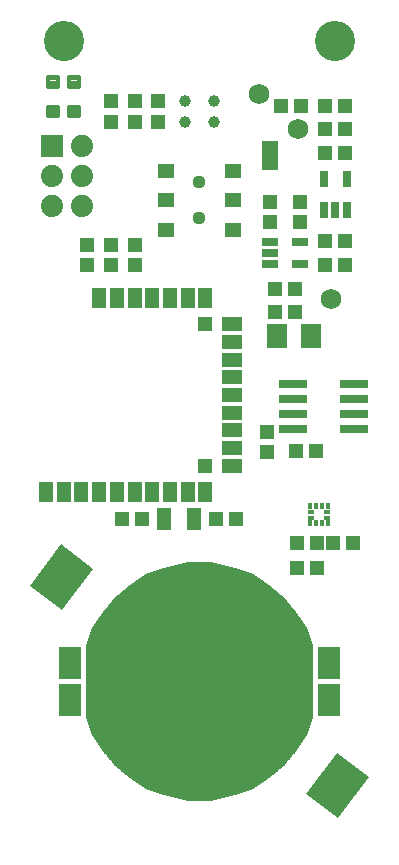
<source format=gbr>
G75*
%MOIN*%
%OFA0B0*%
%FSLAX25Y25*%
%IPPOS*%
%LPD*%
%AMOC8*
5,1,8,0,0,1.08239X$1,22.5*
%
%ADD10C,0.13398*%
%ADD11C,0.01421*%
%ADD12R,0.05131X0.04737*%
%ADD13R,0.07800X0.10800*%
%ADD14C,0.32296*%
%ADD15C,0.00500*%
%ADD16R,0.07099X0.07887*%
%ADD17R,0.04737X0.05131*%
%ADD18R,0.05524X0.02965*%
%ADD19R,0.05131X0.07493*%
%ADD20R,0.05800X0.03300*%
%ADD21R,0.04737X0.06706*%
%ADD22R,0.06706X0.04737*%
%ADD23R,0.04737X0.04737*%
%ADD24R,0.02965X0.05524*%
%ADD25C,0.03950*%
%ADD26R,0.07400X0.07400*%
%ADD27C,0.07400*%
%ADD28C,0.06800*%
%ADD29R,0.13398X0.17335*%
%ADD30R,0.09461X0.03162*%
%ADD31R,0.05328X0.04737*%
%ADD32C,0.04400*%
%ADD33R,0.01784X0.02276*%
%ADD34R,0.02276X0.01784*%
D10*
X0013780Y0261811D03*
X0104331Y0261811D03*
D11*
X0011985Y0239847D02*
X0011985Y0236531D01*
X0008669Y0236531D01*
X0008669Y0239847D01*
X0011985Y0239847D01*
X0011985Y0237951D02*
X0008669Y0237951D01*
X0008669Y0239371D02*
X0011985Y0239371D01*
X0018890Y0239847D02*
X0018890Y0236531D01*
X0015574Y0236531D01*
X0015574Y0239847D01*
X0018890Y0239847D01*
X0018890Y0237951D02*
X0015574Y0237951D01*
X0015574Y0239371D02*
X0018890Y0239371D01*
X0011985Y0249689D02*
X0011985Y0246373D01*
X0008669Y0246373D01*
X0008669Y0249689D01*
X0011985Y0249689D01*
X0011985Y0247793D02*
X0008669Y0247793D01*
X0008669Y0249213D02*
X0011985Y0249213D01*
X0018890Y0249689D02*
X0018890Y0246373D01*
X0015574Y0246373D01*
X0015574Y0249689D01*
X0018890Y0249689D01*
X0018890Y0247793D02*
X0015574Y0247793D01*
X0015574Y0249213D02*
X0018890Y0249213D01*
D12*
X0029528Y0241535D03*
X0029528Y0234843D03*
X0037402Y0241535D03*
X0037402Y0234843D03*
X0107677Y0232283D03*
X0100984Y0232283D03*
X0091142Y0125000D03*
X0097835Y0125000D03*
X0039764Y0102362D03*
X0033071Y0102362D03*
X0064567Y0102362D03*
X0071260Y0102362D03*
X0084252Y0179134D03*
X0090945Y0179134D03*
X0086220Y0240157D03*
X0092913Y0240157D03*
X0021654Y0187106D03*
X0021654Y0193799D03*
X0084252Y0171260D03*
X0090945Y0171260D03*
X0037402Y0187106D03*
X0037402Y0193799D03*
X0098327Y0094488D03*
X0091634Y0094488D03*
X0098327Y0086122D03*
X0091634Y0086122D03*
X0103445Y0094488D03*
X0110138Y0094488D03*
D13*
X0015748Y0054331D03*
X0102362Y0054331D03*
X0015748Y0042126D03*
X0102362Y0042126D03*
D14*
X0059055Y0048228D03*
D15*
X0059055Y0087598D02*
X0055118Y0087598D01*
X0047244Y0085630D01*
X0041339Y0083661D01*
X0035433Y0079724D01*
X0031102Y0076181D01*
X0027559Y0071850D01*
X0023622Y0065945D01*
X0021654Y0060039D01*
X0021654Y0048228D01*
X0059055Y0048228D01*
X0059055Y0087598D01*
X0059055Y0048356D02*
X0021654Y0048356D01*
X0021654Y0048854D02*
X0059055Y0048854D01*
X0059055Y0049353D02*
X0021654Y0049353D01*
X0021654Y0049851D02*
X0059055Y0049851D01*
X0059055Y0050350D02*
X0021654Y0050350D01*
X0021654Y0050848D02*
X0059055Y0050848D01*
X0059055Y0051347D02*
X0021654Y0051347D01*
X0021654Y0051845D02*
X0059055Y0051845D01*
X0059055Y0052344D02*
X0021654Y0052344D01*
X0021654Y0052842D02*
X0059055Y0052842D01*
X0059055Y0053341D02*
X0021654Y0053341D01*
X0021654Y0053839D02*
X0059055Y0053839D01*
X0059055Y0054338D02*
X0021654Y0054338D01*
X0021654Y0054836D02*
X0059055Y0054836D01*
X0059055Y0055335D02*
X0021654Y0055335D01*
X0021654Y0055833D02*
X0059055Y0055833D01*
X0059055Y0056332D02*
X0021654Y0056332D01*
X0021654Y0056830D02*
X0059055Y0056830D01*
X0059055Y0057329D02*
X0021654Y0057329D01*
X0021654Y0057827D02*
X0059055Y0057827D01*
X0059055Y0058326D02*
X0021654Y0058326D01*
X0021654Y0058824D02*
X0059055Y0058824D01*
X0059055Y0059323D02*
X0021654Y0059323D01*
X0021654Y0059821D02*
X0059055Y0059821D01*
X0059055Y0060320D02*
X0021747Y0060320D01*
X0021913Y0060818D02*
X0059055Y0060818D01*
X0059055Y0061317D02*
X0022079Y0061317D01*
X0022246Y0061815D02*
X0059055Y0061815D01*
X0059055Y0062314D02*
X0022412Y0062314D01*
X0022578Y0062812D02*
X0059055Y0062812D01*
X0059055Y0063311D02*
X0022744Y0063311D01*
X0022910Y0063809D02*
X0059055Y0063809D01*
X0059055Y0064308D02*
X0023076Y0064308D01*
X0023243Y0064806D02*
X0059055Y0064806D01*
X0059055Y0065305D02*
X0023409Y0065305D01*
X0023575Y0065803D02*
X0059055Y0065803D01*
X0059055Y0066302D02*
X0023860Y0066302D01*
X0024192Y0066801D02*
X0059055Y0066801D01*
X0059055Y0067299D02*
X0024525Y0067299D01*
X0024857Y0067798D02*
X0059055Y0067798D01*
X0059055Y0068296D02*
X0025189Y0068296D01*
X0025522Y0068795D02*
X0059055Y0068795D01*
X0059055Y0069293D02*
X0025854Y0069293D01*
X0026187Y0069792D02*
X0059055Y0069792D01*
X0059055Y0070290D02*
X0026519Y0070290D01*
X0026851Y0070789D02*
X0059055Y0070789D01*
X0059055Y0071287D02*
X0027184Y0071287D01*
X0027516Y0071786D02*
X0059055Y0071786D01*
X0059055Y0072284D02*
X0027914Y0072284D01*
X0028322Y0072783D02*
X0059055Y0072783D01*
X0059055Y0073281D02*
X0028730Y0073281D01*
X0029138Y0073780D02*
X0059055Y0073780D01*
X0059055Y0074278D02*
X0029545Y0074278D01*
X0029953Y0074777D02*
X0059055Y0074777D01*
X0059055Y0075275D02*
X0030361Y0075275D01*
X0030769Y0075774D02*
X0059055Y0075774D01*
X0059055Y0076272D02*
X0031214Y0076272D01*
X0031823Y0076771D02*
X0059055Y0076771D01*
X0059055Y0077269D02*
X0032432Y0077269D01*
X0033042Y0077768D02*
X0059055Y0077768D01*
X0059055Y0078266D02*
X0033651Y0078266D01*
X0034260Y0078765D02*
X0059055Y0078765D01*
X0059055Y0079263D02*
X0034870Y0079263D01*
X0035489Y0079762D02*
X0059055Y0079762D01*
X0059055Y0080260D02*
X0036237Y0080260D01*
X0036985Y0080759D02*
X0059055Y0080759D01*
X0059055Y0081257D02*
X0037732Y0081257D01*
X0038480Y0081756D02*
X0059055Y0081756D01*
X0059055Y0082254D02*
X0039228Y0082254D01*
X0039976Y0082753D02*
X0059055Y0082753D01*
X0059055Y0083251D02*
X0040724Y0083251D01*
X0041604Y0083750D02*
X0059055Y0083750D01*
X0059055Y0084248D02*
X0043100Y0084248D01*
X0044595Y0084747D02*
X0059055Y0084747D01*
X0059055Y0085245D02*
X0046091Y0085245D01*
X0047700Y0085744D02*
X0059055Y0085744D01*
X0059055Y0086242D02*
X0049694Y0086242D01*
X0051688Y0086741D02*
X0059055Y0086741D01*
X0059055Y0087239D02*
X0053682Y0087239D01*
X0059055Y0008858D02*
X0062992Y0008858D01*
X0070866Y0010827D01*
X0076772Y0012795D01*
X0082677Y0016732D01*
X0087008Y0020276D01*
X0090551Y0024606D01*
X0094488Y0030512D01*
X0096457Y0036417D01*
X0096457Y0048228D01*
X0059055Y0048228D01*
X0059055Y0008858D01*
X0059055Y0008973D02*
X0063452Y0008973D01*
X0065446Y0009472D02*
X0059055Y0009472D01*
X0059055Y0009970D02*
X0067440Y0009970D01*
X0069434Y0010469D02*
X0059055Y0010469D01*
X0059055Y0010967D02*
X0071288Y0010967D01*
X0072783Y0011466D02*
X0059055Y0011466D01*
X0059055Y0011964D02*
X0074279Y0011964D01*
X0075774Y0012463D02*
X0059055Y0012463D01*
X0059055Y0012961D02*
X0077021Y0012961D01*
X0077768Y0013460D02*
X0059055Y0013460D01*
X0059055Y0013958D02*
X0078516Y0013958D01*
X0079264Y0014457D02*
X0059055Y0014457D01*
X0059055Y0014955D02*
X0080012Y0014955D01*
X0080760Y0015454D02*
X0059055Y0015454D01*
X0059055Y0015952D02*
X0081507Y0015952D01*
X0082255Y0016451D02*
X0059055Y0016451D01*
X0059055Y0016949D02*
X0082943Y0016949D01*
X0083552Y0017448D02*
X0059055Y0017448D01*
X0059055Y0017946D02*
X0084161Y0017946D01*
X0084770Y0018445D02*
X0059055Y0018445D01*
X0059055Y0018943D02*
X0085380Y0018943D01*
X0085989Y0019442D02*
X0059055Y0019442D01*
X0059055Y0019940D02*
X0086598Y0019940D01*
X0087142Y0020439D02*
X0059055Y0020439D01*
X0059055Y0020937D02*
X0087549Y0020937D01*
X0087957Y0021436D02*
X0059055Y0021436D01*
X0059055Y0021934D02*
X0088365Y0021934D01*
X0088773Y0022433D02*
X0059055Y0022433D01*
X0059055Y0022932D02*
X0089181Y0022932D01*
X0089589Y0023430D02*
X0059055Y0023430D01*
X0059055Y0023929D02*
X0089997Y0023929D01*
X0090405Y0024427D02*
X0059055Y0024427D01*
X0059055Y0024926D02*
X0090764Y0024926D01*
X0091096Y0025424D02*
X0059055Y0025424D01*
X0059055Y0025923D02*
X0091429Y0025923D01*
X0091761Y0026421D02*
X0059055Y0026421D01*
X0059055Y0026920D02*
X0092093Y0026920D01*
X0092426Y0027418D02*
X0059055Y0027418D01*
X0059055Y0027917D02*
X0092758Y0027917D01*
X0093090Y0028415D02*
X0059055Y0028415D01*
X0059055Y0028914D02*
X0093423Y0028914D01*
X0093755Y0029412D02*
X0059055Y0029412D01*
X0059055Y0029911D02*
X0094087Y0029911D01*
X0094420Y0030409D02*
X0059055Y0030409D01*
X0059055Y0030908D02*
X0094620Y0030908D01*
X0094786Y0031406D02*
X0059055Y0031406D01*
X0059055Y0031905D02*
X0094952Y0031905D01*
X0095119Y0032403D02*
X0059055Y0032403D01*
X0059055Y0032902D02*
X0095285Y0032902D01*
X0095451Y0033400D02*
X0059055Y0033400D01*
X0059055Y0033899D02*
X0095617Y0033899D01*
X0095783Y0034397D02*
X0059055Y0034397D01*
X0059055Y0034896D02*
X0095950Y0034896D01*
X0096116Y0035394D02*
X0059055Y0035394D01*
X0059055Y0035893D02*
X0096282Y0035893D01*
X0096448Y0036391D02*
X0059055Y0036391D01*
X0059055Y0036890D02*
X0096457Y0036890D01*
X0096457Y0037388D02*
X0059055Y0037388D01*
X0059055Y0037887D02*
X0096457Y0037887D01*
X0096457Y0038385D02*
X0059055Y0038385D01*
X0059055Y0038884D02*
X0096457Y0038884D01*
X0096457Y0039382D02*
X0059055Y0039382D01*
X0059055Y0039881D02*
X0096457Y0039881D01*
X0096457Y0040379D02*
X0059055Y0040379D01*
X0059055Y0040878D02*
X0096457Y0040878D01*
X0096457Y0041376D02*
X0059055Y0041376D01*
X0059055Y0041875D02*
X0096457Y0041875D01*
X0096457Y0042373D02*
X0059055Y0042373D01*
X0059055Y0042872D02*
X0096457Y0042872D01*
X0096457Y0043370D02*
X0059055Y0043370D01*
X0059055Y0043869D02*
X0096457Y0043869D01*
X0096457Y0044368D02*
X0059055Y0044368D01*
X0059055Y0044866D02*
X0096457Y0044866D01*
X0096457Y0045365D02*
X0059055Y0045365D01*
X0059055Y0045863D02*
X0096457Y0045863D01*
X0096457Y0046362D02*
X0059055Y0046362D01*
X0059055Y0046860D02*
X0096457Y0046860D01*
X0096457Y0047359D02*
X0059055Y0047359D01*
X0059055Y0047857D02*
X0096457Y0047857D01*
X0096457Y0048228D02*
X0096457Y0060039D01*
X0094488Y0065945D01*
X0090551Y0071850D01*
X0087008Y0076181D01*
X0082677Y0079724D01*
X0076772Y0083661D01*
X0070866Y0085630D01*
X0062992Y0087598D01*
X0059055Y0087598D01*
X0059055Y0048228D01*
X0096457Y0048228D01*
X0096457Y0048356D02*
X0059055Y0048356D01*
X0059055Y0048854D02*
X0096457Y0048854D01*
X0096457Y0049353D02*
X0059055Y0049353D01*
X0059055Y0049851D02*
X0096457Y0049851D01*
X0096457Y0050350D02*
X0059055Y0050350D01*
X0059055Y0050848D02*
X0096457Y0050848D01*
X0096457Y0051347D02*
X0059055Y0051347D01*
X0059055Y0051845D02*
X0096457Y0051845D01*
X0096457Y0052344D02*
X0059055Y0052344D01*
X0059055Y0052842D02*
X0096457Y0052842D01*
X0096457Y0053341D02*
X0059055Y0053341D01*
X0059055Y0053839D02*
X0096457Y0053839D01*
X0096457Y0054338D02*
X0059055Y0054338D01*
X0059055Y0054836D02*
X0096457Y0054836D01*
X0096457Y0055335D02*
X0059055Y0055335D01*
X0059055Y0055833D02*
X0096457Y0055833D01*
X0096457Y0056332D02*
X0059055Y0056332D01*
X0059055Y0056830D02*
X0096457Y0056830D01*
X0096457Y0057329D02*
X0059055Y0057329D01*
X0059055Y0057827D02*
X0096457Y0057827D01*
X0096457Y0058326D02*
X0059055Y0058326D01*
X0059055Y0058824D02*
X0096457Y0058824D01*
X0096457Y0059323D02*
X0059055Y0059323D01*
X0059055Y0059821D02*
X0096457Y0059821D01*
X0096363Y0060320D02*
X0059055Y0060320D01*
X0059055Y0060818D02*
X0096197Y0060818D01*
X0096031Y0061317D02*
X0059055Y0061317D01*
X0059055Y0061815D02*
X0095865Y0061815D01*
X0095699Y0062314D02*
X0059055Y0062314D01*
X0059055Y0062812D02*
X0095532Y0062812D01*
X0095366Y0063311D02*
X0059055Y0063311D01*
X0059055Y0063809D02*
X0095200Y0063809D01*
X0095034Y0064308D02*
X0059055Y0064308D01*
X0059055Y0064806D02*
X0094868Y0064806D01*
X0094701Y0065305D02*
X0059055Y0065305D01*
X0059055Y0065803D02*
X0094535Y0065803D01*
X0094250Y0066302D02*
X0059055Y0066302D01*
X0059055Y0066801D02*
X0093918Y0066801D01*
X0093585Y0067299D02*
X0059055Y0067299D01*
X0059055Y0067798D02*
X0093253Y0067798D01*
X0092921Y0068296D02*
X0059055Y0068296D01*
X0059055Y0068795D02*
X0092588Y0068795D01*
X0092256Y0069293D02*
X0059055Y0069293D01*
X0059055Y0069792D02*
X0091924Y0069792D01*
X0091591Y0070290D02*
X0059055Y0070290D01*
X0059055Y0070789D02*
X0091259Y0070789D01*
X0090927Y0071287D02*
X0059055Y0071287D01*
X0059055Y0071786D02*
X0090594Y0071786D01*
X0090196Y0072284D02*
X0059055Y0072284D01*
X0059055Y0072783D02*
X0089788Y0072783D01*
X0089381Y0073281D02*
X0059055Y0073281D01*
X0059055Y0073780D02*
X0088973Y0073780D01*
X0088565Y0074278D02*
X0059055Y0074278D01*
X0059055Y0074777D02*
X0088157Y0074777D01*
X0087749Y0075275D02*
X0059055Y0075275D01*
X0059055Y0075774D02*
X0087341Y0075774D01*
X0086896Y0076272D02*
X0059055Y0076272D01*
X0059055Y0076771D02*
X0086287Y0076771D01*
X0085678Y0077269D02*
X0059055Y0077269D01*
X0059055Y0077768D02*
X0085069Y0077768D01*
X0084459Y0078266D02*
X0059055Y0078266D01*
X0059055Y0078765D02*
X0083850Y0078765D01*
X0083241Y0079263D02*
X0059055Y0079263D01*
X0059055Y0079762D02*
X0082621Y0079762D01*
X0081873Y0080260D02*
X0059055Y0080260D01*
X0059055Y0080759D02*
X0081126Y0080759D01*
X0080378Y0081257D02*
X0059055Y0081257D01*
X0059055Y0081756D02*
X0079630Y0081756D01*
X0078882Y0082254D02*
X0059055Y0082254D01*
X0059055Y0082753D02*
X0078134Y0082753D01*
X0077387Y0083251D02*
X0059055Y0083251D01*
X0059055Y0083750D02*
X0076506Y0083750D01*
X0075011Y0084248D02*
X0059055Y0084248D01*
X0059055Y0084747D02*
X0073515Y0084747D01*
X0072020Y0085245D02*
X0059055Y0085245D01*
X0059055Y0085744D02*
X0070410Y0085744D01*
X0068416Y0086242D02*
X0059055Y0086242D01*
X0059055Y0086741D02*
X0066422Y0086741D01*
X0064428Y0087239D02*
X0059055Y0087239D01*
X0021654Y0048228D02*
X0021654Y0036417D01*
X0023622Y0030512D01*
X0027559Y0024606D01*
X0031102Y0020276D01*
X0035433Y0016732D01*
X0041339Y0012795D01*
X0047244Y0010827D01*
X0055118Y0008858D01*
X0059055Y0008858D01*
X0059055Y0048228D01*
X0021654Y0048228D01*
X0054658Y0008973D02*
X0059055Y0008973D01*
X0059055Y0009472D02*
X0052664Y0009472D01*
X0050670Y0009970D02*
X0059055Y0009970D01*
X0059055Y0010469D02*
X0048676Y0010469D01*
X0046823Y0010967D02*
X0059055Y0010967D01*
X0059055Y0011466D02*
X0045327Y0011466D01*
X0043832Y0011964D02*
X0059055Y0011964D01*
X0059055Y0012463D02*
X0042336Y0012463D01*
X0041090Y0012961D02*
X0059055Y0012961D01*
X0059055Y0013460D02*
X0040342Y0013460D01*
X0039594Y0013958D02*
X0059055Y0013958D01*
X0059055Y0014457D02*
X0038846Y0014457D01*
X0038098Y0014955D02*
X0059055Y0014955D01*
X0059055Y0015454D02*
X0037351Y0015454D01*
X0036603Y0015952D02*
X0059055Y0015952D01*
X0059055Y0016451D02*
X0035855Y0016451D01*
X0035168Y0016949D02*
X0059055Y0016949D01*
X0059055Y0017448D02*
X0034558Y0017448D01*
X0033949Y0017946D02*
X0059055Y0017946D01*
X0059055Y0018445D02*
X0033340Y0018445D01*
X0032731Y0018943D02*
X0059055Y0018943D01*
X0059055Y0019442D02*
X0032121Y0019442D01*
X0031512Y0019940D02*
X0059055Y0019940D01*
X0059055Y0020439D02*
X0030969Y0020439D01*
X0030561Y0020937D02*
X0059055Y0020937D01*
X0059055Y0021436D02*
X0030153Y0021436D01*
X0029745Y0021934D02*
X0059055Y0021934D01*
X0059055Y0022433D02*
X0029337Y0022433D01*
X0028929Y0022932D02*
X0059055Y0022932D01*
X0059055Y0023430D02*
X0028521Y0023430D01*
X0028114Y0023929D02*
X0059055Y0023929D01*
X0059055Y0024427D02*
X0027706Y0024427D01*
X0027346Y0024926D02*
X0059055Y0024926D01*
X0059055Y0025424D02*
X0027014Y0025424D01*
X0026682Y0025923D02*
X0059055Y0025923D01*
X0059055Y0026421D02*
X0026349Y0026421D01*
X0026017Y0026920D02*
X0059055Y0026920D01*
X0059055Y0027418D02*
X0025684Y0027418D01*
X0025352Y0027917D02*
X0059055Y0027917D01*
X0059055Y0028415D02*
X0025020Y0028415D01*
X0024687Y0028914D02*
X0059055Y0028914D01*
X0059055Y0029412D02*
X0024355Y0029412D01*
X0024023Y0029911D02*
X0059055Y0029911D01*
X0059055Y0030409D02*
X0023690Y0030409D01*
X0023490Y0030908D02*
X0059055Y0030908D01*
X0059055Y0031406D02*
X0023324Y0031406D01*
X0023158Y0031905D02*
X0059055Y0031905D01*
X0059055Y0032403D02*
X0022992Y0032403D01*
X0022825Y0032902D02*
X0059055Y0032902D01*
X0059055Y0033400D02*
X0022659Y0033400D01*
X0022493Y0033899D02*
X0059055Y0033899D01*
X0059055Y0034397D02*
X0022327Y0034397D01*
X0022161Y0034896D02*
X0059055Y0034896D01*
X0059055Y0035394D02*
X0021995Y0035394D01*
X0021828Y0035893D02*
X0059055Y0035893D01*
X0059055Y0036391D02*
X0021662Y0036391D01*
X0021654Y0036890D02*
X0059055Y0036890D01*
X0059055Y0037388D02*
X0021654Y0037388D01*
X0021654Y0037887D02*
X0059055Y0037887D01*
X0059055Y0038385D02*
X0021654Y0038385D01*
X0021654Y0038884D02*
X0059055Y0038884D01*
X0059055Y0039382D02*
X0021654Y0039382D01*
X0021654Y0039881D02*
X0059055Y0039881D01*
X0059055Y0040379D02*
X0021654Y0040379D01*
X0021654Y0040878D02*
X0059055Y0040878D01*
X0059055Y0041376D02*
X0021654Y0041376D01*
X0021654Y0041875D02*
X0059055Y0041875D01*
X0059055Y0042373D02*
X0021654Y0042373D01*
X0021654Y0042872D02*
X0059055Y0042872D01*
X0059055Y0043370D02*
X0021654Y0043370D01*
X0021654Y0043869D02*
X0059055Y0043869D01*
X0059055Y0044368D02*
X0021654Y0044368D01*
X0021654Y0044866D02*
X0059055Y0044866D01*
X0059055Y0045365D02*
X0021654Y0045365D01*
X0021654Y0045863D02*
X0059055Y0045863D01*
X0059055Y0046362D02*
X0021654Y0046362D01*
X0021654Y0046860D02*
X0059055Y0046860D01*
X0059055Y0047359D02*
X0021654Y0047359D01*
X0021654Y0047857D02*
X0059055Y0047857D01*
D16*
X0085039Y0163386D03*
X0096063Y0163386D03*
D17*
X0082677Y0201378D03*
X0082677Y0208071D03*
X0092520Y0201378D03*
X0092520Y0208071D03*
X0100984Y0187008D03*
X0107677Y0187008D03*
X0045276Y0234843D03*
X0045276Y0241535D03*
X0100984Y0194882D03*
X0107677Y0194882D03*
X0107677Y0240157D03*
X0100984Y0240157D03*
X0107677Y0224409D03*
X0100984Y0224409D03*
X0029528Y0193799D03*
X0029528Y0187106D03*
X0081693Y0124606D03*
X0081693Y0131299D03*
D18*
X0082480Y0194685D03*
X0082480Y0190945D03*
X0082480Y0187205D03*
X0092717Y0187205D03*
X0092717Y0194685D03*
D19*
X0057087Y0102362D03*
X0047244Y0102362D03*
D20*
X0082677Y0226625D03*
X0082677Y0223425D03*
X0082677Y0220225D03*
D21*
X0007874Y0111220D03*
X0013780Y0111220D03*
X0019685Y0111220D03*
X0025591Y0111220D03*
X0031496Y0111220D03*
X0037402Y0111220D03*
X0043307Y0111220D03*
X0049213Y0111220D03*
X0055118Y0111220D03*
X0061024Y0111220D03*
X0061024Y0176181D03*
X0055118Y0176181D03*
X0049213Y0176181D03*
X0043307Y0176181D03*
X0037402Y0176181D03*
X0031496Y0176181D03*
X0025591Y0176181D03*
D22*
X0069882Y0120079D03*
X0069882Y0125984D03*
X0069882Y0131890D03*
X0069882Y0137795D03*
X0069882Y0143701D03*
X0069882Y0149606D03*
X0069882Y0155512D03*
X0069882Y0161417D03*
X0069882Y0167323D03*
D23*
X0061024Y0120079D03*
X0061024Y0167323D03*
D24*
X0100591Y0205512D03*
X0104331Y0205512D03*
X0108071Y0205512D03*
X0108071Y0215748D03*
X0100591Y0215748D03*
D25*
X0063898Y0241535D03*
X0063898Y0234843D03*
X0054213Y0241535D03*
X0054213Y0234843D03*
D26*
X0009764Y0226535D03*
D27*
X0019764Y0226535D03*
X0009764Y0216535D03*
X0019764Y0216535D03*
X0009764Y0206535D03*
X0019764Y0206535D03*
D28*
X0078740Y0244094D03*
X0092028Y0232283D03*
X0102854Y0175689D03*
D29*
G36*
X0013126Y0071986D02*
X0002427Y0080049D01*
X0012858Y0093892D01*
X0023557Y0085829D01*
X0013126Y0071986D01*
G37*
G36*
X0105252Y0002564D02*
X0094553Y0010627D01*
X0104984Y0024470D01*
X0115683Y0016407D01*
X0105252Y0002564D01*
G37*
D30*
X0110630Y0137264D03*
X0090157Y0137264D03*
X0110630Y0132264D03*
X0110630Y0142264D03*
X0110630Y0147264D03*
X0090157Y0132264D03*
X0090157Y0142264D03*
X0090157Y0147264D03*
D31*
X0070177Y0198819D03*
X0070177Y0208661D03*
X0070177Y0218504D03*
X0047933Y0198819D03*
X0047933Y0208661D03*
X0047933Y0218504D03*
D32*
X0059055Y0202756D03*
X0059055Y0214567D03*
D33*
X0101870Y0106644D03*
X0099902Y0106644D03*
X0097933Y0106644D03*
X0095965Y0106644D03*
X0095965Y0101033D03*
X0097933Y0101033D03*
X0099902Y0101033D03*
X0101870Y0101033D03*
D34*
X0096112Y0104823D03*
X0101722Y0102854D03*
X0101722Y0104823D03*
X0096112Y0102854D03*
M02*

</source>
